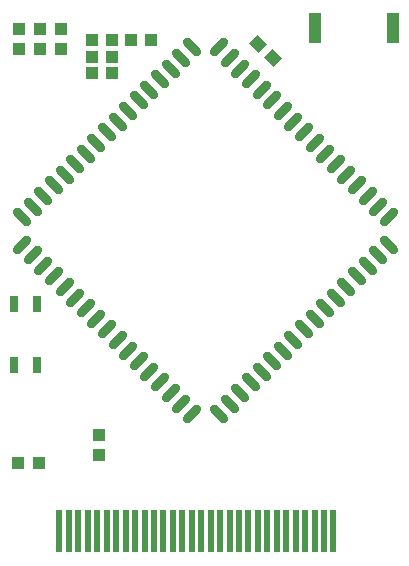
<source format=gtp>
%FSLAX24Y24*%
%MOIN*%
G70*
G01*
G75*
G04 Layer_Color=8421504*
%ADD10C,0.0060*%
%ADD11C,0.0100*%
%ADD12C,0.0140*%
%ADD13C,0.0200*%
%ADD14R,0.0197X0.1417*%
%ADD15R,0.0433X0.0394*%
%ADD16R,0.0276X0.0571*%
%ADD17R,0.0394X0.0433*%
%ADD18R,0.0400X0.1000*%
G04:AMPARAMS|DCode=19|XSize=31.5mil|YSize=74.8mil|CornerRadius=0mil|HoleSize=0mil|Usage=FLASHONLY|Rotation=135.000|XOffset=0mil|YOffset=0mil|HoleType=Round|Shape=Round|*
%AMOVALD19*
21,1,0.0433,0.0315,0.0000,0.0000,225.0*
1,1,0.0315,0.0153,0.0153*
1,1,0.0315,-0.0153,-0.0153*
%
%ADD19OVALD19*%

G04:AMPARAMS|DCode=20|XSize=31.5mil|YSize=74.8mil|CornerRadius=0mil|HoleSize=0mil|Usage=FLASHONLY|Rotation=45.000|XOffset=0mil|YOffset=0mil|HoleType=Round|Shape=Round|*
%AMOVALD20*
21,1,0.0433,0.0315,0.0000,0.0000,135.0*
1,1,0.0315,0.0153,-0.0153*
1,1,0.0315,-0.0153,0.0153*
%
%ADD20OVALD20*%

G04:AMPARAMS|DCode=21|XSize=39.4mil|YSize=43.3mil|CornerRadius=0mil|HoleSize=0mil|Usage=FLASHONLY|Rotation=45.000|XOffset=0mil|YOffset=0mil|HoleType=Round|Shape=Rectangle|*
%AMROTATEDRECTD21*
4,1,4,0.0014,-0.0292,-0.0292,0.0014,-0.0014,0.0292,0.0292,-0.0014,0.0014,-0.0292,0.0*
%
%ADD21ROTATEDRECTD21*%

%ADD22C,0.0705*%
%ADD23R,0.0530X0.0530*%
%ADD24C,0.0530*%
%ADD25C,0.0240*%
%ADD26C,0.0400*%
%ADD27C,0.1500*%
%ADD28C,0.0400*%
G04:AMPARAMS|DCode=29|XSize=94mil|YSize=94mil|CornerRadius=0mil|HoleSize=0mil|Usage=FLASHONLY|Rotation=0.000|XOffset=0mil|YOffset=0mil|HoleType=Round|Shape=Relief|Width=8mil|Gap=10mil|Entries=4|*
%AMTHD29*
7,0,0,0.0940,0.0740,0.0080,45*
%
%ADD29THD29*%
%ADD30C,0.0780*%
%ADD31C,0.0594*%
G04:AMPARAMS|DCode=32|XSize=75.433mil|YSize=75.433mil|CornerRadius=0mil|HoleSize=0mil|Usage=FLASHONLY|Rotation=0.000|XOffset=0mil|YOffset=0mil|HoleType=Round|Shape=Relief|Width=8mil|Gap=10mil|Entries=4|*
%AMTHD32*
7,0,0,0.0754,0.0554,0.0080,45*
%
%ADD32THD32*%
%ADD33C,0.0320*%
%ADD34C,0.0440*%
%ADD35R,0.0669X0.0827*%
%ADD36C,0.0197*%
%ADD37C,0.0098*%
%ADD38C,0.0010*%
%ADD39C,0.0050*%
%ADD40C,0.0079*%
D14*
X2043Y-3213D02*
D03*
X1413D02*
D03*
X1728D02*
D03*
X783D02*
D03*
X1098D02*
D03*
X3933D02*
D03*
X3618D02*
D03*
X2988D02*
D03*
X3303D02*
D03*
X2358D02*
D03*
X2673D02*
D03*
X5822D02*
D03*
X5507D02*
D03*
X4878D02*
D03*
X5193D02*
D03*
X4248D02*
D03*
X4563D02*
D03*
X7712D02*
D03*
X7397D02*
D03*
X6767D02*
D03*
X7082D02*
D03*
X6137D02*
D03*
X6452D02*
D03*
X8027D02*
D03*
X8657D02*
D03*
X8342D02*
D03*
X9287D02*
D03*
X8972D02*
D03*
X9602D02*
D03*
X9917D02*
D03*
D15*
X-585Y-950D02*
D03*
X85D02*
D03*
X3835Y13150D02*
D03*
X3165D02*
D03*
X2535D02*
D03*
X1865D02*
D03*
X2535Y12600D02*
D03*
X1865D02*
D03*
X2535Y12050D02*
D03*
X1865D02*
D03*
X-550Y12865D02*
D03*
D16*
X50Y4350D02*
D03*
Y2342D02*
D03*
X-737D02*
D03*
Y4350D02*
D03*
D17*
X-550Y13535D02*
D03*
X150D02*
D03*
Y12865D02*
D03*
X850D02*
D03*
Y13535D02*
D03*
X2100Y-15D02*
D03*
Y-685D02*
D03*
D18*
X11900Y13550D02*
D03*
X9300D02*
D03*
D19*
X-463Y6343D02*
D03*
X-110Y5990D02*
D03*
X244Y5636D02*
D03*
X597Y5283D02*
D03*
X951Y4929D02*
D03*
X1304Y4576D02*
D03*
X1658Y4222D02*
D03*
X2011Y3869D02*
D03*
X2365Y3515D02*
D03*
X2719Y3161D02*
D03*
X3072Y2808D02*
D03*
X3426Y2454D02*
D03*
X3779Y2101D02*
D03*
X4133Y1747D02*
D03*
X4486Y1394D02*
D03*
X4840Y1040D02*
D03*
X5193Y687D02*
D03*
X11763Y7257D02*
D03*
X11410Y7610D02*
D03*
X11056Y7964D02*
D03*
X10703Y8317D02*
D03*
X10349Y8671D02*
D03*
X9996Y9024D02*
D03*
X9642Y9378D02*
D03*
X9289Y9731D02*
D03*
X8935Y10085D02*
D03*
X8581Y10439D02*
D03*
X8228Y10792D02*
D03*
X7874Y11146D02*
D03*
X7521Y11499D02*
D03*
X7167Y11853D02*
D03*
X6814Y12206D02*
D03*
X6460Y12560D02*
D03*
X6107Y12913D02*
D03*
D20*
Y687D02*
D03*
X6460Y1040D02*
D03*
X6814Y1394D02*
D03*
X7167Y1747D02*
D03*
X7521Y2101D02*
D03*
X7874Y2454D02*
D03*
X8228Y2808D02*
D03*
X8581Y3161D02*
D03*
X8935Y3515D02*
D03*
X9289Y3869D02*
D03*
X9642Y4222D02*
D03*
X9996Y4576D02*
D03*
X10349Y4929D02*
D03*
X10703Y5283D02*
D03*
X11056Y5636D02*
D03*
X11410Y5990D02*
D03*
X11763Y6343D02*
D03*
X5193Y12913D02*
D03*
X4840Y12560D02*
D03*
X4486Y12206D02*
D03*
X4133Y11853D02*
D03*
X3779Y11499D02*
D03*
X3426Y11146D02*
D03*
X3072Y10792D02*
D03*
X2719Y10439D02*
D03*
X2365Y10085D02*
D03*
X2011Y9731D02*
D03*
X1658Y9378D02*
D03*
X1304Y9024D02*
D03*
X951Y8671D02*
D03*
X597Y8317D02*
D03*
X244Y7964D02*
D03*
X-110Y7610D02*
D03*
X-463Y7257D02*
D03*
D21*
X7887Y12563D02*
D03*
X7413Y13037D02*
D03*
M02*

</source>
